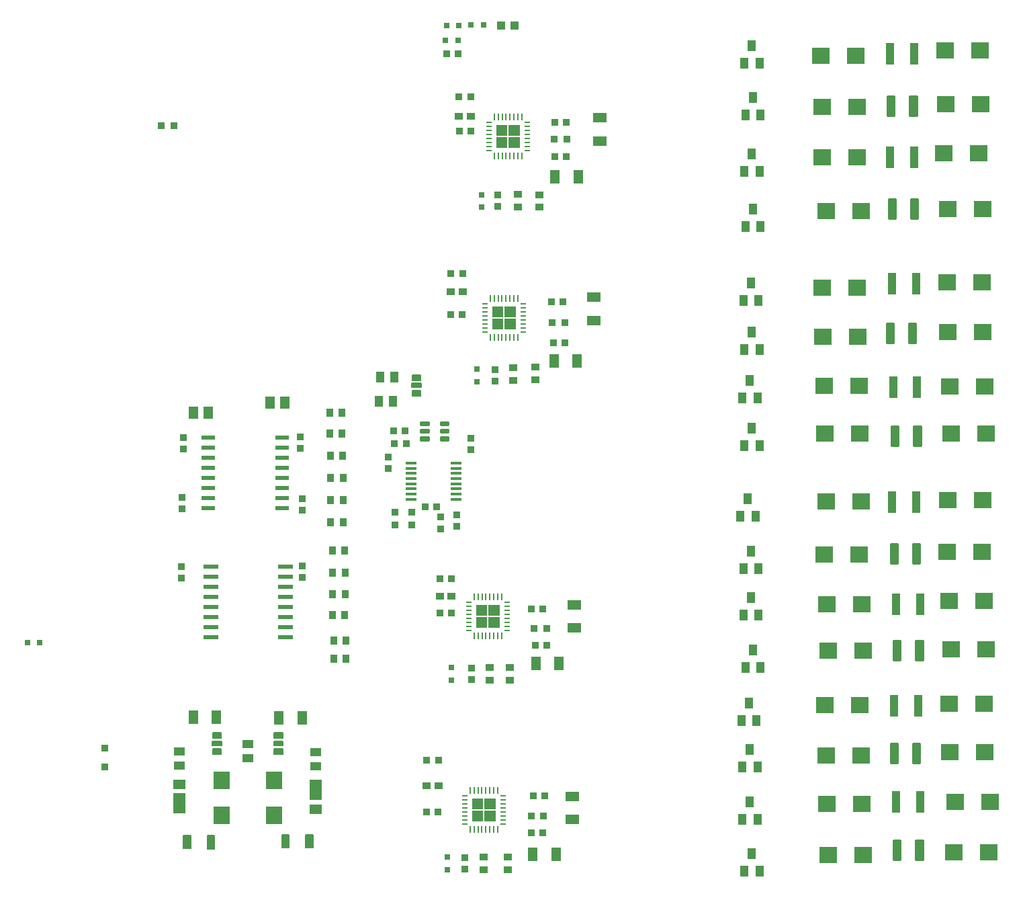
<source format=gbr>
G04 EAGLE Gerber RS-274X export*
G75*
%MOMM*%
%FSLAX34Y34*%
%LPD*%
%INSolderpaste Top*%
%IPPOS*%
%AMOC8*
5,1,8,0,0,1.08239X$1,22.5*%
G01*
%ADD10R,1.981200X0.558800*%
%ADD11R,1.676400X0.508000*%
%ADD12R,0.754800X0.199200*%
%ADD13R,0.199200X0.804800*%
%ADD14R,0.799997X0.755600*%
%ADD15R,1.005600X0.949997*%
%ADD16R,0.863600X0.812800*%
%ADD17R,0.965200X0.939800*%
%ADD18R,0.812800X0.863600*%
%ADD19R,0.860000X0.980000*%
%ADD20R,0.980000X0.920000*%
%ADD21R,1.160000X1.820000*%
%ADD22R,1.820000X1.160000*%
%ADD23R,0.890000X0.930000*%
%ADD24R,1.000000X1.400000*%
%ADD25R,1.090000X2.720000*%
%ADD26C,0.220000*%
%ADD27R,0.980000X0.870000*%
%ADD28R,0.870000X0.980000*%
%ADD29R,1.300000X1.500000*%
%ADD30R,0.920000X0.980000*%
%ADD31R,1.461200X0.350800*%
%ADD32R,0.755600X0.799997*%
%ADD33R,1.498600X1.244600*%
%ADD34R,1.498600X2.616200*%
%ADD35R,1.470000X1.140000*%
%ADD36R,1.140000X1.470000*%
%ADD37R,1.100000X1.000000*%
%ADD38C,0.152600*%
%ADD39C,0.131600*%
%ADD40R,2.200000X2.150000*%
%ADD41R,2.150000X2.200000*%
%ADD42C,0.171119*%
%ADD43C,0.171097*%
%ADD44C,0.129488*%
%ADD45R,0.870000X0.930000*%
%ADD46R,0.930000X0.870000*%
%ADD47R,0.965200X0.812800*%
%ADD48C,0.300000*%

G36*
X761262Y968615D02*
X761262Y968615D01*
X761264Y968614D01*
X761307Y968634D01*
X761351Y968652D01*
X761351Y968654D01*
X761353Y968655D01*
X761386Y968740D01*
X761386Y982240D01*
X761385Y982242D01*
X761386Y982244D01*
X761366Y982287D01*
X761348Y982331D01*
X761346Y982331D01*
X761345Y982333D01*
X761260Y982366D01*
X747760Y982366D01*
X747758Y982365D01*
X747756Y982366D01*
X747713Y982346D01*
X747669Y982328D01*
X747669Y982326D01*
X747667Y982325D01*
X747634Y982240D01*
X747634Y968740D01*
X747635Y968738D01*
X747634Y968736D01*
X747654Y968693D01*
X747672Y968649D01*
X747674Y968649D01*
X747675Y968647D01*
X747760Y968614D01*
X761260Y968614D01*
X761262Y968615D01*
G37*
G36*
X745762Y968615D02*
X745762Y968615D01*
X745764Y968614D01*
X745807Y968634D01*
X745851Y968652D01*
X745851Y968654D01*
X745853Y968655D01*
X745886Y968740D01*
X745886Y982240D01*
X745885Y982242D01*
X745886Y982244D01*
X745866Y982287D01*
X745848Y982331D01*
X745846Y982331D01*
X745845Y982333D01*
X745760Y982366D01*
X732260Y982366D01*
X732258Y982365D01*
X732256Y982366D01*
X732213Y982346D01*
X732169Y982328D01*
X732169Y982326D01*
X732167Y982325D01*
X732134Y982240D01*
X732134Y968740D01*
X732135Y968738D01*
X732134Y968736D01*
X732154Y968693D01*
X732172Y968649D01*
X732174Y968649D01*
X732175Y968647D01*
X732260Y968614D01*
X745760Y968614D01*
X745762Y968615D01*
G37*
G36*
X761262Y953115D02*
X761262Y953115D01*
X761264Y953114D01*
X761307Y953134D01*
X761351Y953152D01*
X761351Y953154D01*
X761353Y953155D01*
X761386Y953240D01*
X761386Y966740D01*
X761385Y966742D01*
X761386Y966744D01*
X761366Y966787D01*
X761348Y966831D01*
X761346Y966831D01*
X761345Y966833D01*
X761260Y966866D01*
X747760Y966866D01*
X747758Y966865D01*
X747756Y966866D01*
X747713Y966846D01*
X747669Y966828D01*
X747669Y966826D01*
X747667Y966825D01*
X747634Y966740D01*
X747634Y953240D01*
X747635Y953238D01*
X747634Y953236D01*
X747654Y953193D01*
X747672Y953149D01*
X747674Y953149D01*
X747675Y953147D01*
X747760Y953114D01*
X761260Y953114D01*
X761262Y953115D01*
G37*
G36*
X745762Y953115D02*
X745762Y953115D01*
X745764Y953114D01*
X745807Y953134D01*
X745851Y953152D01*
X745851Y953154D01*
X745853Y953155D01*
X745886Y953240D01*
X745886Y966740D01*
X745885Y966742D01*
X745886Y966744D01*
X745866Y966787D01*
X745848Y966831D01*
X745846Y966831D01*
X745845Y966833D01*
X745760Y966866D01*
X732260Y966866D01*
X732258Y966865D01*
X732256Y966866D01*
X732213Y966846D01*
X732169Y966828D01*
X732169Y966826D01*
X732167Y966825D01*
X732134Y966740D01*
X732134Y953240D01*
X732135Y953238D01*
X732134Y953236D01*
X732154Y953193D01*
X732172Y953149D01*
X732174Y953149D01*
X732175Y953147D01*
X732260Y953114D01*
X745760Y953114D01*
X745762Y953115D01*
G37*
G36*
X740682Y740015D02*
X740682Y740015D01*
X740684Y740014D01*
X740727Y740034D01*
X740771Y740052D01*
X740771Y740054D01*
X740773Y740055D01*
X740806Y740140D01*
X740806Y753640D01*
X740805Y753642D01*
X740806Y753644D01*
X740786Y753687D01*
X740768Y753731D01*
X740766Y753731D01*
X740765Y753733D01*
X740680Y753766D01*
X727180Y753766D01*
X727178Y753765D01*
X727176Y753766D01*
X727133Y753746D01*
X727089Y753728D01*
X727089Y753726D01*
X727087Y753725D01*
X727054Y753640D01*
X727054Y740140D01*
X727055Y740138D01*
X727054Y740136D01*
X727074Y740093D01*
X727092Y740049D01*
X727094Y740049D01*
X727095Y740047D01*
X727180Y740014D01*
X740680Y740014D01*
X740682Y740015D01*
G37*
G36*
X756182Y740015D02*
X756182Y740015D01*
X756184Y740014D01*
X756227Y740034D01*
X756271Y740052D01*
X756271Y740054D01*
X756273Y740055D01*
X756306Y740140D01*
X756306Y753640D01*
X756305Y753642D01*
X756306Y753644D01*
X756286Y753687D01*
X756268Y753731D01*
X756266Y753731D01*
X756265Y753733D01*
X756180Y753766D01*
X742680Y753766D01*
X742678Y753765D01*
X742676Y753766D01*
X742633Y753746D01*
X742589Y753728D01*
X742589Y753726D01*
X742587Y753725D01*
X742554Y753640D01*
X742554Y740140D01*
X742555Y740138D01*
X742554Y740136D01*
X742574Y740093D01*
X742592Y740049D01*
X742594Y740049D01*
X742595Y740047D01*
X742680Y740014D01*
X756180Y740014D01*
X756182Y740015D01*
G37*
G36*
X756182Y724515D02*
X756182Y724515D01*
X756184Y724514D01*
X756227Y724534D01*
X756271Y724552D01*
X756271Y724554D01*
X756273Y724555D01*
X756306Y724640D01*
X756306Y738140D01*
X756305Y738142D01*
X756306Y738144D01*
X756286Y738187D01*
X756268Y738231D01*
X756266Y738231D01*
X756265Y738233D01*
X756180Y738266D01*
X742680Y738266D01*
X742678Y738265D01*
X742676Y738266D01*
X742633Y738246D01*
X742589Y738228D01*
X742589Y738226D01*
X742587Y738225D01*
X742554Y738140D01*
X742554Y724640D01*
X742555Y724638D01*
X742554Y724636D01*
X742574Y724593D01*
X742592Y724549D01*
X742594Y724549D01*
X742595Y724547D01*
X742680Y724514D01*
X756180Y724514D01*
X756182Y724515D01*
G37*
G36*
X740682Y724515D02*
X740682Y724515D01*
X740684Y724514D01*
X740727Y724534D01*
X740771Y724552D01*
X740771Y724554D01*
X740773Y724555D01*
X740806Y724640D01*
X740806Y738140D01*
X740805Y738142D01*
X740806Y738144D01*
X740786Y738187D01*
X740768Y738231D01*
X740766Y738231D01*
X740765Y738233D01*
X740680Y738266D01*
X727180Y738266D01*
X727178Y738265D01*
X727176Y738266D01*
X727133Y738246D01*
X727089Y738228D01*
X727089Y738226D01*
X727087Y738225D01*
X727054Y738140D01*
X727054Y724640D01*
X727055Y724638D01*
X727054Y724636D01*
X727074Y724593D01*
X727092Y724549D01*
X727094Y724549D01*
X727095Y724547D01*
X727180Y724514D01*
X740680Y724514D01*
X740682Y724515D01*
G37*
G36*
X735862Y364095D02*
X735862Y364095D01*
X735864Y364094D01*
X735907Y364114D01*
X735951Y364132D01*
X735951Y364134D01*
X735953Y364135D01*
X735986Y364220D01*
X735986Y377720D01*
X735985Y377722D01*
X735986Y377724D01*
X735966Y377767D01*
X735948Y377811D01*
X735946Y377811D01*
X735945Y377813D01*
X735860Y377846D01*
X722360Y377846D01*
X722358Y377845D01*
X722356Y377846D01*
X722313Y377826D01*
X722269Y377808D01*
X722269Y377806D01*
X722267Y377805D01*
X722234Y377720D01*
X722234Y364220D01*
X722235Y364218D01*
X722234Y364216D01*
X722254Y364173D01*
X722272Y364129D01*
X722274Y364129D01*
X722275Y364127D01*
X722360Y364094D01*
X735860Y364094D01*
X735862Y364095D01*
G37*
G36*
X720362Y364095D02*
X720362Y364095D01*
X720364Y364094D01*
X720407Y364114D01*
X720451Y364132D01*
X720451Y364134D01*
X720453Y364135D01*
X720486Y364220D01*
X720486Y377720D01*
X720485Y377722D01*
X720486Y377724D01*
X720466Y377767D01*
X720448Y377811D01*
X720446Y377811D01*
X720445Y377813D01*
X720360Y377846D01*
X706860Y377846D01*
X706858Y377845D01*
X706856Y377846D01*
X706813Y377826D01*
X706769Y377808D01*
X706769Y377806D01*
X706767Y377805D01*
X706734Y377720D01*
X706734Y364220D01*
X706735Y364218D01*
X706734Y364216D01*
X706754Y364173D01*
X706772Y364129D01*
X706774Y364129D01*
X706775Y364127D01*
X706860Y364094D01*
X720360Y364094D01*
X720362Y364095D01*
G37*
G36*
X735862Y348595D02*
X735862Y348595D01*
X735864Y348594D01*
X735907Y348614D01*
X735951Y348632D01*
X735951Y348634D01*
X735953Y348635D01*
X735986Y348720D01*
X735986Y362220D01*
X735985Y362222D01*
X735986Y362224D01*
X735966Y362267D01*
X735948Y362311D01*
X735946Y362311D01*
X735945Y362313D01*
X735860Y362346D01*
X722360Y362346D01*
X722358Y362345D01*
X722356Y362346D01*
X722313Y362326D01*
X722269Y362308D01*
X722269Y362306D01*
X722267Y362305D01*
X722234Y362220D01*
X722234Y348720D01*
X722235Y348718D01*
X722234Y348716D01*
X722254Y348673D01*
X722272Y348629D01*
X722274Y348629D01*
X722275Y348627D01*
X722360Y348594D01*
X735860Y348594D01*
X735862Y348595D01*
G37*
G36*
X720362Y348595D02*
X720362Y348595D01*
X720364Y348594D01*
X720407Y348614D01*
X720451Y348632D01*
X720451Y348634D01*
X720453Y348635D01*
X720486Y348720D01*
X720486Y362220D01*
X720485Y362222D01*
X720486Y362224D01*
X720466Y362267D01*
X720448Y362311D01*
X720446Y362311D01*
X720445Y362313D01*
X720360Y362346D01*
X706860Y362346D01*
X706858Y362345D01*
X706856Y362346D01*
X706813Y362326D01*
X706769Y362308D01*
X706769Y362306D01*
X706767Y362305D01*
X706734Y362220D01*
X706734Y348720D01*
X706735Y348718D01*
X706734Y348716D01*
X706754Y348673D01*
X706772Y348629D01*
X706774Y348629D01*
X706775Y348627D01*
X706860Y348594D01*
X720360Y348594D01*
X720362Y348595D01*
G37*
G36*
X730782Y120255D02*
X730782Y120255D01*
X730784Y120254D01*
X730827Y120274D01*
X730871Y120292D01*
X730871Y120294D01*
X730873Y120295D01*
X730906Y120380D01*
X730906Y133880D01*
X730905Y133882D01*
X730906Y133884D01*
X730886Y133927D01*
X730868Y133971D01*
X730866Y133971D01*
X730865Y133973D01*
X730780Y134006D01*
X717280Y134006D01*
X717278Y134005D01*
X717276Y134006D01*
X717233Y133986D01*
X717189Y133968D01*
X717189Y133966D01*
X717187Y133965D01*
X717154Y133880D01*
X717154Y120380D01*
X717155Y120378D01*
X717154Y120376D01*
X717174Y120333D01*
X717192Y120289D01*
X717194Y120289D01*
X717195Y120287D01*
X717280Y120254D01*
X730780Y120254D01*
X730782Y120255D01*
G37*
G36*
X715282Y120255D02*
X715282Y120255D01*
X715284Y120254D01*
X715327Y120274D01*
X715371Y120292D01*
X715371Y120294D01*
X715373Y120295D01*
X715406Y120380D01*
X715406Y133880D01*
X715405Y133882D01*
X715406Y133884D01*
X715386Y133927D01*
X715368Y133971D01*
X715366Y133971D01*
X715365Y133973D01*
X715280Y134006D01*
X701780Y134006D01*
X701778Y134005D01*
X701776Y134006D01*
X701733Y133986D01*
X701689Y133968D01*
X701689Y133966D01*
X701687Y133965D01*
X701654Y133880D01*
X701654Y120380D01*
X701655Y120378D01*
X701654Y120376D01*
X701674Y120333D01*
X701692Y120289D01*
X701694Y120289D01*
X701695Y120287D01*
X701780Y120254D01*
X715280Y120254D01*
X715282Y120255D01*
G37*
G36*
X730782Y104755D02*
X730782Y104755D01*
X730784Y104754D01*
X730827Y104774D01*
X730871Y104792D01*
X730871Y104794D01*
X730873Y104795D01*
X730906Y104880D01*
X730906Y118380D01*
X730905Y118382D01*
X730906Y118384D01*
X730886Y118427D01*
X730868Y118471D01*
X730866Y118471D01*
X730865Y118473D01*
X730780Y118506D01*
X717280Y118506D01*
X717278Y118505D01*
X717276Y118506D01*
X717233Y118486D01*
X717189Y118468D01*
X717189Y118466D01*
X717187Y118465D01*
X717154Y118380D01*
X717154Y104880D01*
X717155Y104878D01*
X717154Y104876D01*
X717174Y104833D01*
X717192Y104789D01*
X717194Y104789D01*
X717195Y104787D01*
X717280Y104754D01*
X730780Y104754D01*
X730782Y104755D01*
G37*
G36*
X715282Y104755D02*
X715282Y104755D01*
X715284Y104754D01*
X715327Y104774D01*
X715371Y104792D01*
X715371Y104794D01*
X715373Y104795D01*
X715406Y104880D01*
X715406Y118380D01*
X715405Y118382D01*
X715406Y118384D01*
X715386Y118427D01*
X715368Y118471D01*
X715366Y118471D01*
X715365Y118473D01*
X715280Y118506D01*
X701780Y118506D01*
X701778Y118505D01*
X701776Y118506D01*
X701733Y118486D01*
X701689Y118468D01*
X701689Y118466D01*
X701687Y118465D01*
X701654Y118380D01*
X701654Y104880D01*
X701655Y104878D01*
X701654Y104876D01*
X701674Y104833D01*
X701692Y104789D01*
X701694Y104789D01*
X701695Y104787D01*
X701780Y104754D01*
X715280Y104754D01*
X715282Y104755D01*
G37*
D10*
X372237Y425450D03*
X372237Y412750D03*
X372237Y400050D03*
X372237Y387350D03*
X372237Y374650D03*
X372237Y361950D03*
X372237Y349250D03*
X372237Y336550D03*
X465963Y336550D03*
X465963Y349250D03*
X465963Y361950D03*
X465963Y374650D03*
X465963Y387350D03*
X465963Y400050D03*
X465963Y412750D03*
X465963Y425450D03*
D11*
X368935Y588010D03*
X368935Y575310D03*
X368935Y562610D03*
X368935Y549910D03*
X368935Y537210D03*
X368935Y524510D03*
X368935Y511810D03*
X368935Y499110D03*
X461645Y499110D03*
X461645Y511810D03*
X461645Y524510D03*
X461645Y537210D03*
X461645Y549910D03*
X461645Y562610D03*
X461645Y575310D03*
X461645Y588010D03*
D12*
X692006Y136880D03*
X692006Y131880D03*
X692006Y126880D03*
X692006Y121880D03*
X692006Y116880D03*
X692006Y111880D03*
X692006Y106880D03*
X692006Y101880D03*
D13*
X698780Y94856D03*
X703780Y94856D03*
X708780Y94856D03*
X713780Y94856D03*
X718780Y94856D03*
X723780Y94856D03*
X728780Y94856D03*
X733780Y94856D03*
D12*
X740554Y101880D03*
X740554Y106880D03*
X740554Y111880D03*
X740554Y116880D03*
X740554Y121880D03*
X740554Y126880D03*
X740554Y131880D03*
X740554Y136880D03*
D13*
X733780Y143904D03*
X728780Y143904D03*
X723780Y143904D03*
X718780Y143904D03*
X713780Y143904D03*
X708780Y143904D03*
X703780Y143904D03*
X698780Y143904D03*
D14*
X670560Y44292D03*
X670560Y59848D03*
D15*
X644232Y149860D03*
X658788Y149860D03*
D16*
X644271Y116840D03*
X658749Y116840D03*
D17*
X659003Y181610D03*
X644017Y181610D03*
D18*
X487680Y426339D03*
X487680Y411861D03*
D19*
X525750Y445770D03*
X541050Y445770D03*
X527020Y309880D03*
X542320Y309880D03*
X521940Y593090D03*
X537240Y593090D03*
X523210Y565150D03*
X538510Y565150D03*
X525750Y364490D03*
X541050Y364490D03*
D18*
X485140Y588899D03*
X485140Y574421D03*
X487680Y511429D03*
X487680Y496951D03*
X335280Y411226D03*
X335280Y425704D03*
X692150Y44831D03*
X692150Y59309D03*
D20*
X746760Y44320D03*
X746760Y59820D03*
D16*
X790829Y90170D03*
X776351Y90170D03*
D21*
X807230Y63500D03*
X777730Y63500D03*
D16*
X793369Y137160D03*
X778891Y137160D03*
D22*
X828040Y107170D03*
X828040Y136670D03*
D23*
X775890Y111760D03*
X791290Y111760D03*
D24*
X1051560Y129110D03*
X1061060Y107110D03*
X1042060Y107110D03*
D25*
X1266100Y129540D03*
X1235800Y129540D03*
D24*
X1050290Y253570D03*
X1059790Y231570D03*
X1040790Y231570D03*
D25*
X1263560Y250190D03*
X1233260Y250190D03*
D24*
X1051560Y195150D03*
X1061060Y173150D03*
X1042060Y173150D03*
X1054100Y64340D03*
X1063600Y42340D03*
X1044600Y42340D03*
X1052830Y386920D03*
X1062330Y364920D03*
X1043330Y364920D03*
D25*
X1266100Y378460D03*
X1235800Y378460D03*
D24*
X1049020Y511380D03*
X1058520Y489380D03*
X1039520Y489380D03*
D25*
X1261020Y506730D03*
X1230720Y506730D03*
D24*
X1052830Y445340D03*
X1062330Y423340D03*
X1043330Y423340D03*
X1055370Y320880D03*
X1064870Y298880D03*
X1045870Y298880D03*
D12*
X697086Y380720D03*
X697086Y375720D03*
X697086Y370720D03*
X697086Y365720D03*
X697086Y360720D03*
X697086Y355720D03*
X697086Y350720D03*
X697086Y345720D03*
D13*
X703860Y338696D03*
X708860Y338696D03*
X713860Y338696D03*
X718860Y338696D03*
X723860Y338696D03*
X728860Y338696D03*
X733860Y338696D03*
X738860Y338696D03*
D12*
X745634Y345720D03*
X745634Y350720D03*
X745634Y355720D03*
X745634Y360720D03*
X745634Y365720D03*
X745634Y370720D03*
X745634Y375720D03*
X745634Y380720D03*
D13*
X738860Y387744D03*
X733860Y387744D03*
X728860Y387744D03*
X723860Y387744D03*
X718860Y387744D03*
X713860Y387744D03*
X708860Y387744D03*
X703860Y387744D03*
D14*
X675640Y283052D03*
X675640Y298608D03*
D15*
X660742Y388620D03*
X675298Y388620D03*
D16*
X660781Y367030D03*
X675259Y367030D03*
D17*
X675513Y410210D03*
X660527Y410210D03*
D18*
X701040Y283591D03*
X701040Y298069D03*
D20*
X749300Y283080D03*
X749300Y298580D03*
D16*
X795909Y326390D03*
X781431Y326390D03*
D21*
X811040Y303530D03*
X781540Y303530D03*
D16*
X790829Y372110D03*
X776351Y372110D03*
D22*
X830580Y348470D03*
X830580Y377970D03*
D23*
X779700Y347980D03*
X795100Y347980D03*
D26*
X1256890Y202750D02*
X1265690Y202750D01*
X1265690Y178250D01*
X1256890Y178250D01*
X1256890Y202750D01*
X1256890Y180340D02*
X1265690Y180340D01*
X1265690Y182430D02*
X1256890Y182430D01*
X1256890Y184520D02*
X1265690Y184520D01*
X1265690Y186610D02*
X1256890Y186610D01*
X1256890Y188700D02*
X1265690Y188700D01*
X1265690Y190790D02*
X1256890Y190790D01*
X1256890Y192880D02*
X1265690Y192880D01*
X1265690Y194970D02*
X1256890Y194970D01*
X1256890Y197060D02*
X1265690Y197060D01*
X1265690Y199150D02*
X1256890Y199150D01*
X1256890Y201240D02*
X1265690Y201240D01*
X1237390Y202750D02*
X1228590Y202750D01*
X1237390Y202750D02*
X1237390Y178250D01*
X1228590Y178250D01*
X1228590Y202750D01*
X1228590Y180340D02*
X1237390Y180340D01*
X1237390Y182430D02*
X1228590Y182430D01*
X1228590Y184520D02*
X1237390Y184520D01*
X1237390Y186610D02*
X1228590Y186610D01*
X1228590Y188700D02*
X1237390Y188700D01*
X1237390Y190790D02*
X1228590Y190790D01*
X1228590Y192880D02*
X1237390Y192880D01*
X1237390Y194970D02*
X1228590Y194970D01*
X1228590Y197060D02*
X1237390Y197060D01*
X1237390Y199150D02*
X1228590Y199150D01*
X1228590Y201240D02*
X1237390Y201240D01*
X1260700Y80830D02*
X1269500Y80830D01*
X1269500Y56330D01*
X1260700Y56330D01*
X1260700Y80830D01*
X1260700Y58420D02*
X1269500Y58420D01*
X1269500Y60510D02*
X1260700Y60510D01*
X1260700Y62600D02*
X1269500Y62600D01*
X1269500Y64690D02*
X1260700Y64690D01*
X1260700Y66780D02*
X1269500Y66780D01*
X1269500Y68870D02*
X1260700Y68870D01*
X1260700Y70960D02*
X1269500Y70960D01*
X1269500Y73050D02*
X1260700Y73050D01*
X1260700Y75140D02*
X1269500Y75140D01*
X1269500Y77230D02*
X1260700Y77230D01*
X1260700Y79320D02*
X1269500Y79320D01*
X1241200Y80830D02*
X1232400Y80830D01*
X1241200Y80830D02*
X1241200Y56330D01*
X1232400Y56330D01*
X1232400Y80830D01*
X1232400Y58420D02*
X1241200Y58420D01*
X1241200Y60510D02*
X1232400Y60510D01*
X1232400Y62600D02*
X1241200Y62600D01*
X1241200Y64690D02*
X1232400Y64690D01*
X1232400Y66780D02*
X1241200Y66780D01*
X1241200Y68870D02*
X1232400Y68870D01*
X1232400Y70960D02*
X1241200Y70960D01*
X1241200Y73050D02*
X1232400Y73050D01*
X1232400Y75140D02*
X1241200Y75140D01*
X1241200Y77230D02*
X1232400Y77230D01*
X1232400Y79320D02*
X1241200Y79320D01*
X1256890Y454210D02*
X1265690Y454210D01*
X1265690Y429710D01*
X1256890Y429710D01*
X1256890Y454210D01*
X1256890Y431800D02*
X1265690Y431800D01*
X1265690Y433890D02*
X1256890Y433890D01*
X1256890Y435980D02*
X1265690Y435980D01*
X1265690Y438070D02*
X1256890Y438070D01*
X1256890Y440160D02*
X1265690Y440160D01*
X1265690Y442250D02*
X1256890Y442250D01*
X1256890Y444340D02*
X1265690Y444340D01*
X1265690Y446430D02*
X1256890Y446430D01*
X1256890Y448520D02*
X1265690Y448520D01*
X1265690Y450610D02*
X1256890Y450610D01*
X1256890Y452700D02*
X1265690Y452700D01*
X1237390Y454210D02*
X1228590Y454210D01*
X1237390Y454210D02*
X1237390Y429710D01*
X1228590Y429710D01*
X1228590Y454210D01*
X1228590Y431800D02*
X1237390Y431800D01*
X1237390Y433890D02*
X1228590Y433890D01*
X1228590Y435980D02*
X1237390Y435980D01*
X1237390Y438070D02*
X1228590Y438070D01*
X1228590Y440160D02*
X1237390Y440160D01*
X1237390Y442250D02*
X1228590Y442250D01*
X1228590Y444340D02*
X1237390Y444340D01*
X1237390Y446430D02*
X1228590Y446430D01*
X1228590Y448520D02*
X1237390Y448520D01*
X1237390Y450610D02*
X1228590Y450610D01*
X1228590Y452700D02*
X1237390Y452700D01*
X1260700Y332290D02*
X1269500Y332290D01*
X1269500Y307790D01*
X1260700Y307790D01*
X1260700Y332290D01*
X1260700Y309880D02*
X1269500Y309880D01*
X1269500Y311970D02*
X1260700Y311970D01*
X1260700Y314060D02*
X1269500Y314060D01*
X1269500Y316150D02*
X1260700Y316150D01*
X1260700Y318240D02*
X1269500Y318240D01*
X1269500Y320330D02*
X1260700Y320330D01*
X1260700Y322420D02*
X1269500Y322420D01*
X1269500Y324510D02*
X1260700Y324510D01*
X1260700Y326600D02*
X1269500Y326600D01*
X1269500Y328690D02*
X1260700Y328690D01*
X1260700Y330780D02*
X1269500Y330780D01*
X1241200Y332290D02*
X1232400Y332290D01*
X1241200Y332290D02*
X1241200Y307790D01*
X1232400Y307790D01*
X1232400Y332290D01*
X1232400Y309880D02*
X1241200Y309880D01*
X1241200Y311970D02*
X1232400Y311970D01*
X1232400Y314060D02*
X1241200Y314060D01*
X1241200Y316150D02*
X1232400Y316150D01*
X1232400Y318240D02*
X1241200Y318240D01*
X1241200Y320330D02*
X1232400Y320330D01*
X1232400Y322420D02*
X1241200Y322420D01*
X1241200Y324510D02*
X1232400Y324510D01*
X1232400Y326600D02*
X1241200Y326600D01*
X1241200Y328690D02*
X1232400Y328690D01*
X1232400Y330780D02*
X1241200Y330780D01*
D27*
X716280Y60070D03*
X716280Y44070D03*
X723900Y298830D03*
X723900Y282830D03*
D24*
X1054100Y720930D03*
X1063600Y698930D03*
X1044600Y698930D03*
D26*
X1251810Y732340D02*
X1260610Y732340D01*
X1260610Y707840D01*
X1251810Y707840D01*
X1251810Y732340D01*
X1251810Y709930D02*
X1260610Y709930D01*
X1260610Y712020D02*
X1251810Y712020D01*
X1251810Y714110D02*
X1260610Y714110D01*
X1260610Y716200D02*
X1251810Y716200D01*
X1251810Y718290D02*
X1260610Y718290D01*
X1260610Y720380D02*
X1251810Y720380D01*
X1251810Y722470D02*
X1260610Y722470D01*
X1260610Y724560D02*
X1251810Y724560D01*
X1251810Y726650D02*
X1260610Y726650D01*
X1260610Y728740D02*
X1251810Y728740D01*
X1251810Y730830D02*
X1260610Y730830D01*
X1232310Y732340D02*
X1223510Y732340D01*
X1232310Y732340D02*
X1232310Y707840D01*
X1223510Y707840D01*
X1223510Y732340D01*
X1223510Y709930D02*
X1232310Y709930D01*
X1232310Y712020D02*
X1223510Y712020D01*
X1223510Y714110D02*
X1232310Y714110D01*
X1232310Y716200D02*
X1223510Y716200D01*
X1223510Y718290D02*
X1232310Y718290D01*
X1232310Y720380D02*
X1223510Y720380D01*
X1223510Y722470D02*
X1232310Y722470D01*
X1232310Y724560D02*
X1223510Y724560D01*
X1223510Y726650D02*
X1232310Y726650D01*
X1232310Y728740D02*
X1223510Y728740D01*
X1223510Y730830D02*
X1232310Y730830D01*
D24*
X1054100Y600280D03*
X1063600Y578280D03*
X1044600Y578280D03*
D26*
X1258160Y602800D02*
X1266960Y602800D01*
X1266960Y578300D01*
X1258160Y578300D01*
X1258160Y602800D01*
X1258160Y580390D02*
X1266960Y580390D01*
X1266960Y582480D02*
X1258160Y582480D01*
X1258160Y584570D02*
X1266960Y584570D01*
X1266960Y586660D02*
X1258160Y586660D01*
X1258160Y588750D02*
X1266960Y588750D01*
X1266960Y590840D02*
X1258160Y590840D01*
X1258160Y592930D02*
X1266960Y592930D01*
X1266960Y595020D02*
X1258160Y595020D01*
X1258160Y597110D02*
X1266960Y597110D01*
X1266960Y599200D02*
X1258160Y599200D01*
X1258160Y601290D02*
X1266960Y601290D01*
X1238660Y602800D02*
X1229860Y602800D01*
X1238660Y602800D02*
X1238660Y578300D01*
X1229860Y578300D01*
X1229860Y602800D01*
X1229860Y580390D02*
X1238660Y580390D01*
X1238660Y582480D02*
X1229860Y582480D01*
X1229860Y584570D02*
X1238660Y584570D01*
X1238660Y586660D02*
X1229860Y586660D01*
X1229860Y588750D02*
X1238660Y588750D01*
X1238660Y590840D02*
X1229860Y590840D01*
X1229860Y592930D02*
X1238660Y592930D01*
X1238660Y595020D02*
X1229860Y595020D01*
X1229860Y597110D02*
X1238660Y597110D01*
X1238660Y599200D02*
X1229860Y599200D01*
X1229860Y601290D02*
X1238660Y601290D01*
D12*
X717406Y756640D03*
X717406Y751640D03*
X717406Y746640D03*
X717406Y741640D03*
X717406Y736640D03*
X717406Y731640D03*
X717406Y726640D03*
X717406Y721640D03*
D13*
X724180Y714616D03*
X729180Y714616D03*
X734180Y714616D03*
X739180Y714616D03*
X744180Y714616D03*
X749180Y714616D03*
X754180Y714616D03*
X759180Y714616D03*
D12*
X765954Y721640D03*
X765954Y726640D03*
X765954Y731640D03*
X765954Y736640D03*
X765954Y741640D03*
X765954Y746640D03*
X765954Y751640D03*
X765954Y756640D03*
D13*
X759180Y763664D03*
X754180Y763664D03*
X749180Y763664D03*
X744180Y763664D03*
X739180Y763664D03*
X734180Y763664D03*
X729180Y763664D03*
X724180Y763664D03*
D14*
X707390Y658972D03*
X707390Y674528D03*
D15*
X674712Y772160D03*
X689268Y772160D03*
D16*
X674751Y742950D03*
X689229Y742950D03*
D17*
X689483Y795020D03*
X674497Y795020D03*
D18*
X730250Y659511D03*
X730250Y673989D03*
D20*
X781050Y661540D03*
X781050Y677040D03*
D16*
X818769Y707390D03*
X804291Y707390D03*
D21*
X833900Y684530D03*
X804400Y684530D03*
D16*
X816229Y759460D03*
X801751Y759460D03*
D22*
X854710Y735820D03*
X854710Y765320D03*
D23*
X802560Y732790D03*
X817960Y732790D03*
D27*
X753110Y676020D03*
X753110Y660020D03*
D24*
X1051560Y659970D03*
X1061060Y637970D03*
X1042060Y637970D03*
D25*
X1262290Y651510D03*
X1231990Y651510D03*
D24*
X1052830Y783160D03*
X1062330Y761160D03*
X1043330Y761160D03*
D25*
X1261020Y782320D03*
X1230720Y782320D03*
D24*
X1055370Y1016840D03*
X1064870Y994840D03*
X1045870Y994840D03*
X1055370Y875870D03*
X1064870Y853870D03*
X1045870Y853870D03*
D26*
X1253080Y1018090D02*
X1261880Y1018090D01*
X1261880Y993590D01*
X1253080Y993590D01*
X1253080Y1018090D01*
X1253080Y995680D02*
X1261880Y995680D01*
X1261880Y997770D02*
X1253080Y997770D01*
X1253080Y999860D02*
X1261880Y999860D01*
X1261880Y1001950D02*
X1253080Y1001950D01*
X1253080Y1004040D02*
X1261880Y1004040D01*
X1261880Y1006130D02*
X1253080Y1006130D01*
X1253080Y1008220D02*
X1261880Y1008220D01*
X1261880Y1010310D02*
X1253080Y1010310D01*
X1253080Y1012400D02*
X1261880Y1012400D01*
X1261880Y1014490D02*
X1253080Y1014490D01*
X1253080Y1016580D02*
X1261880Y1016580D01*
X1233580Y1018090D02*
X1224780Y1018090D01*
X1233580Y1018090D02*
X1233580Y993590D01*
X1224780Y993590D01*
X1224780Y1018090D01*
X1224780Y995680D02*
X1233580Y995680D01*
X1233580Y997770D02*
X1224780Y997770D01*
X1224780Y999860D02*
X1233580Y999860D01*
X1233580Y1001950D02*
X1224780Y1001950D01*
X1224780Y1004040D02*
X1233580Y1004040D01*
X1233580Y1006130D02*
X1224780Y1006130D01*
X1224780Y1008220D02*
X1233580Y1008220D01*
X1233580Y1010310D02*
X1224780Y1010310D01*
X1224780Y1012400D02*
X1233580Y1012400D01*
X1233580Y1014490D02*
X1224780Y1014490D01*
X1224780Y1016580D02*
X1233580Y1016580D01*
X1254350Y888550D02*
X1263150Y888550D01*
X1263150Y864050D01*
X1254350Y864050D01*
X1254350Y888550D01*
X1254350Y866140D02*
X1263150Y866140D01*
X1263150Y868230D02*
X1254350Y868230D01*
X1254350Y870320D02*
X1263150Y870320D01*
X1263150Y872410D02*
X1254350Y872410D01*
X1254350Y874500D02*
X1263150Y874500D01*
X1263150Y876590D02*
X1254350Y876590D01*
X1254350Y878680D02*
X1263150Y878680D01*
X1263150Y880770D02*
X1254350Y880770D01*
X1254350Y882860D02*
X1263150Y882860D01*
X1263150Y884950D02*
X1254350Y884950D01*
X1254350Y887040D02*
X1263150Y887040D01*
X1234850Y888550D02*
X1226050Y888550D01*
X1234850Y888550D02*
X1234850Y864050D01*
X1226050Y864050D01*
X1226050Y888550D01*
X1226050Y866140D02*
X1234850Y866140D01*
X1234850Y868230D02*
X1226050Y868230D01*
X1226050Y870320D02*
X1234850Y870320D01*
X1234850Y872410D02*
X1226050Y872410D01*
X1226050Y874500D02*
X1234850Y874500D01*
X1234850Y876590D02*
X1226050Y876590D01*
X1226050Y878680D02*
X1234850Y878680D01*
X1234850Y880770D02*
X1226050Y880770D01*
X1226050Y882860D02*
X1234850Y882860D01*
X1234850Y884950D02*
X1226050Y884950D01*
X1226050Y887040D02*
X1234850Y887040D01*
D24*
X1054100Y945720D03*
X1063600Y923720D03*
X1044600Y923720D03*
D25*
X1258480Y941070D03*
X1228180Y941070D03*
D24*
X1054100Y1081610D03*
X1063600Y1059610D03*
X1044600Y1059610D03*
D25*
X1258480Y1071880D03*
X1228180Y1071880D03*
D12*
X722486Y985240D03*
X722486Y980240D03*
X722486Y975240D03*
X722486Y970240D03*
X722486Y965240D03*
X722486Y960240D03*
X722486Y955240D03*
X722486Y950240D03*
D13*
X729260Y943216D03*
X734260Y943216D03*
X739260Y943216D03*
X744260Y943216D03*
X749260Y943216D03*
X754260Y943216D03*
X759260Y943216D03*
X764260Y943216D03*
D12*
X771034Y950240D03*
X771034Y955240D03*
X771034Y960240D03*
X771034Y965240D03*
X771034Y970240D03*
X771034Y975240D03*
X771034Y980240D03*
X771034Y985240D03*
D13*
X764260Y992264D03*
X759260Y992264D03*
X754260Y992264D03*
X749260Y992264D03*
X744260Y992264D03*
X739260Y992264D03*
X734260Y992264D03*
X729260Y992264D03*
D14*
X713740Y878682D03*
X713740Y894238D03*
D15*
X684872Y993140D03*
X699428Y993140D03*
D16*
X685546Y974090D03*
X700024Y974090D03*
D17*
X699643Y1017270D03*
X684657Y1017270D03*
D18*
X734060Y879221D03*
X734060Y893699D03*
D20*
X786130Y878710D03*
X786130Y894210D03*
D16*
X820039Y942340D03*
X805561Y942340D03*
D21*
X835170Y916940D03*
X805670Y916940D03*
D16*
X820039Y985520D03*
X805561Y985520D03*
D22*
X862330Y961880D03*
X862330Y991380D03*
D23*
X805100Y963930D03*
X820500Y963930D03*
D27*
X759460Y894460D03*
X759460Y878460D03*
D28*
X522860Y509270D03*
X538860Y509270D03*
D18*
X337185Y588264D03*
X337185Y573786D03*
D29*
X368910Y619760D03*
X349910Y619760D03*
X446430Y632460D03*
X465430Y632460D03*
D18*
X335915Y513334D03*
X335915Y498856D03*
D30*
X541150Y391160D03*
X525650Y391160D03*
X538610Y481330D03*
X523110Y481330D03*
X538610Y537210D03*
X523110Y537210D03*
X537340Y619760D03*
X521840Y619760D03*
X542420Y332740D03*
X526920Y332740D03*
X541150Y417830D03*
X525650Y417830D03*
D31*
X681030Y510650D03*
X681030Y517150D03*
X681030Y523650D03*
X681030Y530150D03*
X681030Y536650D03*
X681030Y543150D03*
X681030Y549650D03*
X681030Y556150D03*
X624530Y556150D03*
X624530Y549650D03*
X624530Y543150D03*
X624530Y536650D03*
X624530Y530150D03*
X624530Y523650D03*
X624530Y517150D03*
X624530Y510650D03*
D16*
X642366Y501015D03*
X656844Y501015D03*
D18*
X595630Y549021D03*
X595630Y563499D03*
D17*
X603377Y580390D03*
X618363Y580390D03*
D32*
X715803Y1108075D03*
X700247Y1108075D03*
X669132Y1107440D03*
X684688Y1107440D03*
X667862Y1088390D03*
X683418Y1088390D03*
D16*
X669036Y1071880D03*
X683514Y1071880D03*
D33*
X332740Y151257D03*
D34*
X332740Y127381D03*
D33*
X504190Y120523D03*
D34*
X504190Y144399D03*
D35*
X332740Y175250D03*
X332740Y193050D03*
X419100Y184140D03*
X419100Y201940D03*
X504190Y173980D03*
X504190Y191780D03*
D36*
X585460Y664210D03*
X603260Y664210D03*
X584190Y633730D03*
X601990Y633730D03*
D21*
X349740Y236220D03*
X379240Y236220D03*
X457690Y234950D03*
X487190Y234950D03*
D37*
X738260Y1107440D03*
X755260Y1107440D03*
D18*
X681990Y491109D03*
X681990Y476631D03*
X699770Y587629D03*
X699770Y573151D03*
D16*
X616839Y596900D03*
X602361Y596900D03*
D38*
X346907Y70653D02*
X337533Y70653D01*
X337533Y86827D01*
X346907Y86827D01*
X346907Y70653D01*
X346907Y72103D02*
X337533Y72103D01*
X337533Y73553D02*
X346907Y73553D01*
X346907Y75003D02*
X337533Y75003D01*
X337533Y76453D02*
X346907Y76453D01*
X346907Y77903D02*
X337533Y77903D01*
X337533Y79353D02*
X346907Y79353D01*
X346907Y80803D02*
X337533Y80803D01*
X337533Y82253D02*
X346907Y82253D01*
X346907Y83703D02*
X337533Y83703D01*
X337533Y85153D02*
X346907Y85153D01*
X346907Y86603D02*
X337533Y86603D01*
D39*
X368228Y70548D02*
X376312Y70548D01*
X368228Y70548D02*
X368228Y86932D01*
X376312Y86932D01*
X376312Y70548D01*
X376312Y71798D02*
X368228Y71798D01*
X368228Y73048D02*
X376312Y73048D01*
X376312Y74298D02*
X368228Y74298D01*
X368228Y75548D02*
X376312Y75548D01*
X376312Y76798D02*
X368228Y76798D01*
X368228Y78048D02*
X376312Y78048D01*
X376312Y79298D02*
X368228Y79298D01*
X368228Y80548D02*
X376312Y80548D01*
X376312Y81798D02*
X368228Y81798D01*
X368228Y83048D02*
X376312Y83048D01*
X376312Y84298D02*
X368228Y84298D01*
X368228Y85548D02*
X376312Y85548D01*
X376312Y86798D02*
X368228Y86798D01*
D38*
X491293Y88097D02*
X500667Y88097D01*
X500667Y71923D01*
X491293Y71923D01*
X491293Y88097D01*
X491293Y73373D02*
X500667Y73373D01*
X500667Y74823D02*
X491293Y74823D01*
X491293Y76273D02*
X500667Y76273D01*
X500667Y77723D02*
X491293Y77723D01*
X491293Y79173D02*
X500667Y79173D01*
X500667Y80623D02*
X491293Y80623D01*
X491293Y82073D02*
X500667Y82073D01*
X500667Y83523D02*
X491293Y83523D01*
X491293Y84973D02*
X500667Y84973D01*
X500667Y86423D02*
X491293Y86423D01*
X491293Y87873D02*
X500667Y87873D01*
D39*
X469972Y88202D02*
X461888Y88202D01*
X469972Y88202D02*
X469972Y71818D01*
X461888Y71818D01*
X461888Y88202D01*
X461888Y73068D02*
X469972Y73068D01*
X469972Y74318D02*
X461888Y74318D01*
X461888Y75568D02*
X469972Y75568D01*
X469972Y76818D02*
X461888Y76818D01*
X461888Y78068D02*
X469972Y78068D01*
X469972Y79318D02*
X461888Y79318D01*
X461888Y80568D02*
X469972Y80568D01*
X469972Y81818D02*
X461888Y81818D01*
X461888Y83068D02*
X469972Y83068D01*
X469972Y84318D02*
X461888Y84318D01*
X461888Y85568D02*
X469972Y85568D01*
X469972Y86818D02*
X461888Y86818D01*
X461888Y88068D02*
X469972Y88068D01*
D40*
X1191670Y873760D03*
X1147670Y873760D03*
X1186590Y1004570D03*
X1142590Y1004570D03*
X1186590Y941070D03*
X1142590Y941070D03*
X1185320Y1069340D03*
X1141320Y1069340D03*
X1192940Y127000D03*
X1148940Y127000D03*
X1190400Y251460D03*
X1146400Y251460D03*
X1191670Y187960D03*
X1147670Y187960D03*
X1194210Y62230D03*
X1150210Y62230D03*
D41*
X386080Y156620D03*
X386080Y112620D03*
X452120Y112620D03*
X452120Y156620D03*
D40*
X1189130Y440690D03*
X1145130Y440690D03*
X1194210Y320040D03*
X1150210Y320040D03*
X1192940Y378460D03*
X1148940Y378460D03*
X1191670Y508000D03*
X1147670Y508000D03*
X1187860Y715010D03*
X1143860Y715010D03*
X1190400Y593090D03*
X1146400Y593090D03*
X1189130Y653415D03*
X1145130Y653415D03*
X1186590Y777240D03*
X1142590Y777240D03*
X1301340Y721360D03*
X1345340Y721360D03*
X1305150Y593090D03*
X1349150Y593090D03*
X1303880Y652780D03*
X1347880Y652780D03*
X1300070Y783590D03*
X1344070Y783590D03*
X1302610Y382270D03*
X1346610Y382270D03*
X1301340Y509270D03*
X1345340Y509270D03*
X1300070Y444500D03*
X1344070Y444500D03*
X1305150Y321310D03*
X1349150Y321310D03*
X1310230Y129540D03*
X1354230Y129540D03*
X1302610Y252730D03*
X1346610Y252730D03*
X1303880Y191770D03*
X1347880Y191770D03*
X1308960Y66040D03*
X1352960Y66040D03*
X1298800Y1008380D03*
X1342800Y1008380D03*
X1301340Y876300D03*
X1345340Y876300D03*
X1296260Y946150D03*
X1340260Y946150D03*
X1297530Y1075690D03*
X1341530Y1075690D03*
D42*
X385125Y196615D02*
X374335Y196615D01*
X385125Y196615D02*
X385125Y189769D01*
X374335Y189769D01*
X374335Y196615D01*
X374335Y191394D02*
X385125Y191394D01*
X385125Y193019D02*
X374335Y193019D01*
X374335Y194644D02*
X385125Y194644D01*
X385125Y196269D02*
X374335Y196269D01*
D43*
X374335Y216630D02*
X385125Y216630D01*
X385125Y209786D01*
X374335Y209786D01*
X374335Y216630D01*
X374335Y211411D02*
X385125Y211411D01*
X385125Y213036D02*
X374335Y213036D01*
X374335Y214661D02*
X385125Y214661D01*
X385125Y216286D02*
X374335Y216286D01*
D44*
X385333Y205790D02*
X385333Y200610D01*
X374127Y200610D01*
X374127Y205790D01*
X385333Y205790D01*
X385333Y201840D02*
X374127Y201840D01*
X374127Y203070D02*
X385333Y203070D01*
X385333Y204300D02*
X374127Y204300D01*
X374127Y205530D02*
X385333Y205530D01*
D42*
X451805Y196615D02*
X462595Y196615D01*
X462595Y189769D01*
X451805Y189769D01*
X451805Y196615D01*
X451805Y191394D02*
X462595Y191394D01*
X462595Y193019D02*
X451805Y193019D01*
X451805Y194644D02*
X462595Y194644D01*
X462595Y196269D02*
X451805Y196269D01*
D43*
X451805Y216630D02*
X462595Y216630D01*
X462595Y209786D01*
X451805Y209786D01*
X451805Y216630D01*
X451805Y211411D02*
X462595Y211411D01*
X462595Y213036D02*
X451805Y213036D01*
X451805Y214661D02*
X462595Y214661D01*
X462595Y216286D02*
X451805Y216286D01*
D44*
X462803Y205790D02*
X462803Y200610D01*
X451597Y200610D01*
X451597Y205790D01*
X462803Y205790D01*
X462803Y201840D02*
X451597Y201840D01*
X451597Y203070D02*
X462803Y203070D01*
X462803Y204300D02*
X451597Y204300D01*
X451597Y205530D02*
X462803Y205530D01*
D42*
X625795Y660635D02*
X636585Y660635D01*
X625795Y660635D02*
X625795Y667481D01*
X636585Y667481D01*
X636585Y660635D01*
X636585Y662260D02*
X625795Y662260D01*
X625795Y663885D02*
X636585Y663885D01*
X636585Y665510D02*
X625795Y665510D01*
X625795Y667135D02*
X636585Y667135D01*
D43*
X636585Y640620D02*
X625795Y640620D01*
X625795Y647464D01*
X636585Y647464D01*
X636585Y640620D01*
X636585Y642245D02*
X625795Y642245D01*
X625795Y643870D02*
X636585Y643870D01*
X636585Y645495D02*
X625795Y645495D01*
X625795Y647120D02*
X636585Y647120D01*
D44*
X625587Y651460D02*
X625587Y656640D01*
X636793Y656640D01*
X636793Y651460D01*
X625587Y651460D01*
X625587Y652690D02*
X636793Y652690D01*
X636793Y653920D02*
X625587Y653920D01*
X625587Y655150D02*
X636793Y655150D01*
X636793Y656380D02*
X625587Y656380D01*
D45*
X309700Y981075D03*
X325300Y981075D03*
D46*
X625475Y478610D03*
X625475Y494210D03*
X603885Y494210D03*
X603885Y478610D03*
X661670Y472895D03*
X661670Y488495D03*
D32*
X140812Y330200D03*
X156368Y330200D03*
D47*
X238760Y173482D03*
X238760Y197358D03*
D48*
X637320Y604250D02*
X646520Y604250D01*
X637320Y604250D02*
X637320Y607250D01*
X646520Y607250D01*
X646520Y604250D01*
X646520Y607100D02*
X637320Y607100D01*
X637320Y594750D02*
X646520Y594750D01*
X637320Y594750D02*
X637320Y597750D01*
X646520Y597750D01*
X646520Y594750D01*
X646520Y597600D02*
X637320Y597600D01*
X637320Y585250D02*
X646520Y585250D01*
X637320Y585250D02*
X637320Y588250D01*
X646520Y588250D01*
X646520Y585250D01*
X646520Y588100D02*
X637320Y588100D01*
X662220Y585250D02*
X671420Y585250D01*
X662220Y585250D02*
X662220Y588250D01*
X671420Y588250D01*
X671420Y585250D01*
X671420Y588100D02*
X662220Y588100D01*
X662220Y594750D02*
X671420Y594750D01*
X662220Y594750D02*
X662220Y597750D01*
X671420Y597750D01*
X671420Y594750D01*
X671420Y597600D02*
X662220Y597600D01*
X662220Y604250D02*
X671420Y604250D01*
X662220Y604250D02*
X662220Y607250D01*
X671420Y607250D01*
X671420Y604250D01*
X671420Y607100D02*
X662220Y607100D01*
M02*

</source>
